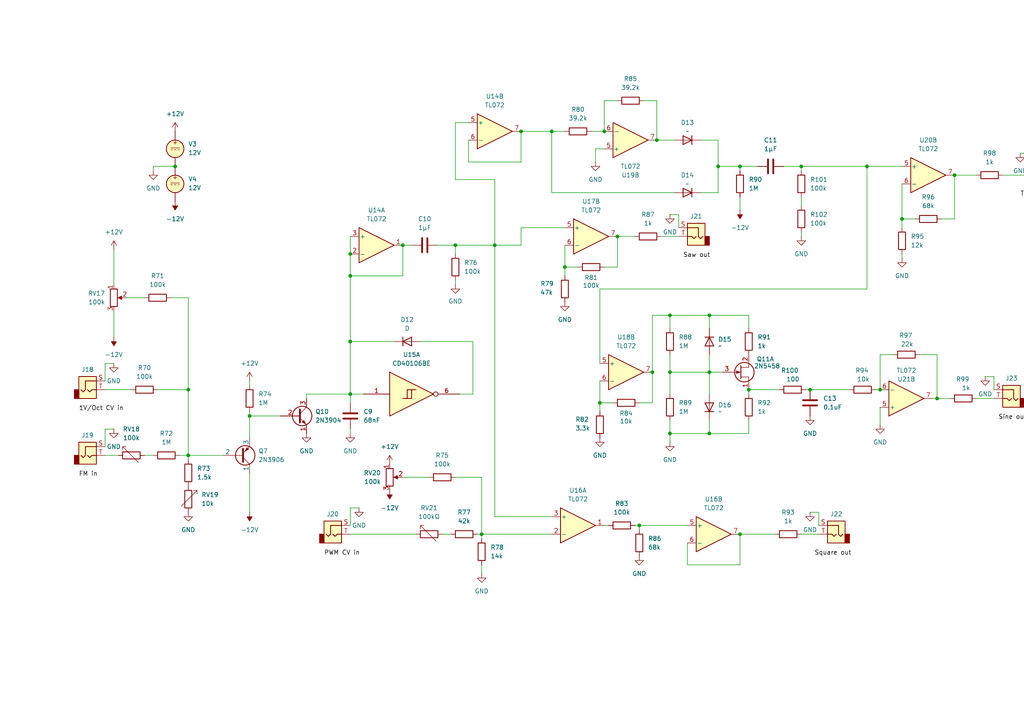
<source format=kicad_sch>
(kicad_sch (version 20231120) (generator "eeschema") (generator_version "8.0")
  (paper "A4")
  (title_block (title "Sillysizer VCO") (date "2024-10-27") (rev "2") (company "TEJ4M Ltd."))
  (lib_symbols
    (symbol "74xGxx:74LVC2G14"
      (property "Reference" "U" (at 0 7.62 0))
      (property "Value" "74LVC2G14" (at 2.54 -7.62 0))
      (symbol "74LVC2G14_1_1"
        (polyline (pts (xy -2.54 -1.27) (xy -1.27 -1.27) (xy -1.27 1.27)) (stroke (width 0.254)) (fill (type background)))
        (polyline (pts (xy -7.62 6.35) (xy -7.62 -6.35) (xy 5.08 0) (xy -7.62 6.35)) (stroke (width 0.254)) (fill (type background)))
        (polyline (pts (xy -3.81 -1.27) (xy -2.54 -1.27) (xy -2.54 1.27) (xy 0 1.27)) (stroke (width 0.254)) (fill (type background)))
        (pin input line (at -15.24 0 0) (length 7.62) (name "~") (number "1"))
        (pin output inverted (at 12.7 0 180) (length 7.62) (name "~") (number "6"))
      )
      (symbol "74LVC2G14_2_1"
        (polyline (pts (xy -2.54 -1.27) (xy -1.27 -1.27) (xy -1.27 1.27)) (stroke (width 0.254)) (fill (type background)))
        (polyline (pts (xy -7.62 6.35) (xy -7.62 -6.35) (xy 5.08 0) (xy -7.62 6.35)) (stroke (width 0.254)) (fill (type background)))
        (polyline (pts (xy -3.81 -1.27) (xy -2.54 -1.27) (xy -2.54 1.27) (xy 0 1.27)) (stroke (width 0.254)) (fill (type background)))
        (pin input line (at -15.24 0 0) (length 7.62) (name "~") (number "3"))
        (pin output inverted (at 12.7 0 180) (length 7.62) (name "~") (number "4"))
      )
      (symbol "74LVC2G14_3_0"
        (rectangle (start -5.08 -5.08) (end 5.08 5.08) (stroke (width 0.254)) (fill (type background)))
      )
      (symbol "74LVC2G14_3_1"
        (pin power_in line (at 0 -10.16 90) (length 5.08) (name "GND") (number "2"))
        (pin power_in line (at 0 10.16 270) (length 5.08) (name "VCC") (number "5"))
      )
    )
    (symbol "Amplifier_Operational:TL072" (pin_names (offset 0.127))
      (property "Reference" "U" (at 0 5.08 0))
      (property "Value" "TL072" (at 0 -5.08 0))
      (symbol "TL072_1_1"
        (polyline (pts (xy -5.08 5.08) (xy 5.08 0) (xy -5.08 -5.08) (xy -5.08 5.08)) (stroke (width 0.254)) (fill (type background)))
        (pin output line (at 7.62 0 180) (length 2.54) (name "~") (number "1"))
        (pin input line (at -7.62 -2.54 0) (length 2.54) (name "-") (number "2"))
        (pin input line (at -7.62 2.54 0) (length 2.54) (name "+") (number "3"))
      )
      (symbol "TL072_2_1"
        (polyline (pts (xy -5.08 5.08) (xy 5.08 0) (xy -5.08 -5.08) (xy -5.08 5.08)) (stroke (width 0.254)) (fill (type background)))
        (pin input line (at -7.62 2.54 0) (length 2.54) (name "+") (number "5"))
        (pin input line (at -7.62 -2.54 0) (length 2.54) (name "-") (number "6"))
        (pin output line (at 7.62 0 180) (length 2.54) (name "~") (number "7"))
      )
      (symbol "TL072_3_1"
        (pin power_in line (at -2.54 -7.62 90) (length 3.81) (name "V-") (number "4"))
        (pin power_in line (at -2.54 7.62 270) (length 3.81) (name "V+") (number "8"))
      )
    )
    (symbol "Connector_Audio:AudioJack2"
      (property "Reference" "J" (at 0 8.89 0))
      (property "Value" "AudioJack2" (at 0 6.35 0))
      (symbol "AudioJack2_0_1"
        (rectangle (start -3.81 0) (end -2.54 -2.54) (stroke (width 0.254)) (fill (type outline)))
        (rectangle (start -2.54 3.81) (end 2.54 -2.54) (stroke (width 0.254)) (fill (type background)))
        (polyline (pts (xy 0 0) (xy 0.635 -0.635) (xy 1.27 0) (xy 2.54 0)) (stroke (width 0.254)))
        (polyline (pts (xy 2.54 2.54) (xy -0.635 2.54) (xy -0.635 0) (xy -1.27 -0.635) (xy -1.905 0)) (stroke (width 0.254)))
      )
      (symbol "AudioJack2_1_1"
        (pin passive line (at 5.08 2.54 180) (length 2.54) (name "~") (number "S"))
        (pin passive line (at 5.08 0 180) (length 2.54) (name "~") (number "T"))
      )
    )
    (symbol "Device:C" (pin_numbers hide) (pin_names (offset 0.254))
      (property "Reference" "C" (at 0.635 2.54 0))
      (property "Value" "C" (at 0.635 -2.54 0))
      (symbol "C_0_1"
        (polyline (pts (xy -2.032 -0.762) (xy 2.032 -0.762)) (stroke (width 0.508)))
        (polyline (pts (xy -2.032 0.762) (xy 2.032 0.762)) (stroke (width 0.508)))
      )
      (symbol "C_1_1"
        (pin passive line (at 0 3.81 270) (length 2.794) (name "~") (number "1"))
        (pin passive line (at 0 -3.81 90) (length 2.794) (name "~") (number "2"))
      )
    )
    (symbol "Device:D" (pin_numbers hide) (pin_names (offset 1.016) hide)
      (property "Reference" "D" (at 0 2.54 0))
      (property "Value" "D" (at 0 -2.54 0))
      (symbol "D_0_1"
        (polyline (pts (xy -1.27 1.27) (xy -1.27 -1.27)) (stroke (width 0.254)))
        (polyline (pts (xy 1.27 0) (xy -1.27 0)))
        (polyline (pts (xy 1.27 1.27) (xy 1.27 -1.27) (xy -1.27 0) (xy 1.27 1.27)) (stroke (width 0.254)))
      )
      (symbol "D_1_1"
        (pin passive line (at -3.81 0 0) (length 2.54) (name "K") (number "1"))
        (pin passive line (at 3.81 0 180) (length 2.54) (name "A") (number "2"))
      )
    )
    (symbol "Device:R" (pin_numbers hide) (pin_names (offset 0))
      (property "Reference" "R" (at 2.032 0 90))
      (property "Value" "R" (at 0 0 90))
      (symbol "R_0_1"
        (rectangle (start -1.016 -2.54) (end 1.016 2.54) (stroke (width 0.254)))
      )
      (symbol "R_1_1"
        (pin passive line (at 0 3.81 270) (length 1.27) (name "~") (number "1"))
        (pin passive line (at 0 -3.81 90) (length 1.27) (name "~") (number "2"))
      )
    )
    (symbol "Device:R_Potentiometer" (pin_names (offset 1.016) hide)
      (property "Reference" "RV" (at -4.445 0 90))
      (property "Value" "R_Potentiometer" (at -2.54 0 90))
      (symbol "R_Potentiometer_0_1"
        (polyline (pts (xy 2.54 0) (xy 1.524 0)))
        (polyline (pts (xy 1.143 0) (xy 2.286 0.508) (xy 2.286 -0.508) (xy 1.143 0)) (fill (type outline)))
        (rectangle (start 1.016 2.54) (end -1.016 -2.54) (stroke (width 0.254)))
      )
      (symbol "R_Potentiometer_1_1"
        (pin passive line (at 0 3.81 270) (length 1.27) (name "1") (number "1"))
        (pin passive line (at 3.81 0 180) (length 1.27) (name "2") (number "2"))
        (pin passive line (at 0 -3.81 90) (length 1.27) (name "3") (number "3"))
      )
    )
    (symbol "Device:R_Variable" (pin_numbers hide) (pin_names (offset 0))
      (property "Reference" "R" (at 2.54 -2.54 90))
      (property "Value" "R_Variable" (at -2.54 -1.27 90))
      (symbol "R_Variable_0_1"
        (rectangle (start -1.016 -2.54) (end 1.016 2.54) (stroke (width 0.254)))
        (polyline (pts (xy 2.54 1.524) (xy 2.54 2.54) (xy 1.524 2.54) (xy 2.54 2.54) (xy -2.032 -2.032)))
      )
      (symbol "R_Variable_1_1"
        (pin passive line (at 0 3.81 270) (length 1.27) (name "~") (number "1"))
        (pin passive line (at 0 -3.81 90) (length 1.27) (name "~") (number "2"))
      )
    )
    (symbol "Simulation_SPICE:PNP" (pin_numbers hide) (pin_names (offset 0))
      (property "Reference" "Q3" (at 5.08 -1.2701 0))
      (property "Value" "PNP" (at 5.08 1.2699 0))
      (symbol "PNP_0_1"
        (polyline (pts (xy -2.54 0) (xy 0.635 0)) (stroke (width 0.1524)))
        (polyline (pts (xy 0.635 0.635) (xy 2.54 2.54)))
        (polyline (pts (xy 0.635 -0.635) (xy 2.54 -2.54) (xy 2.54 -2.54)))
        (polyline (pts (xy 0.635 1.905) (xy 0.635 -1.905) (xy 0.635 -1.905)) (stroke (width 0.508)))
        (polyline (pts (xy 2.286 -1.778) (xy 1.778 -2.286) (xy 1.27 -1.27) (xy 2.286 -1.778) (xy 2.286 -1.778)) (fill (type outline)))
        (circle (center 1.27 0) (radius 2.8194) (stroke (width 0.254)))
      )
      (symbol "PNP_1_1"
        (pin open_collector line (at 2.54 5.08 270) (length 2.54) (name "1") (number "1"))
        (pin input line (at -5.08 0 0) (length 2.54) (name "2") (number "2"))
        (pin open_emitter line (at 2.54 -5.08 90) (length 2.54) (name "3") (number "3"))
      )
    )
    (symbol "Simulation_SPICE:VDC" (pin_numbers hide) (pin_names (offset 0.0254))
      (property "Reference" "V" (at 2.54 2.54 0))
      (property "Value" "1" (at 2.54 0 0))
      (symbol "VDC_0_0"
        (polyline (pts (xy -1.27 0.254) (xy 1.27 0.254)))
        (polyline (pts (xy -0.762 -0.254) (xy -1.27 -0.254)))
        (polyline (pts (xy 0.254 -0.254) (xy -0.254 -0.254)))
        (polyline (pts (xy 1.27 -0.254) (xy 0.762 -0.254)))
        (text "+" (at 0 1.905 0) (effects (font (size 1.27 1.27))))
      )
      (symbol "VDC_0_1"
        (circle (center 0 0) (radius 2.54) (stroke (width 0.254)) (fill (type background)))
      )
      (symbol "VDC_1_1"
        (pin passive line (at 0 5.08 270) (length 2.54) (name "~") (number "1"))
        (pin passive line (at 0 -5.08 90) (length 2.54) (name "~") (number "2"))
      )
    )
    (symbol "Transistor_BJT:2N3904" (pin_names (offset 0) hide)
      (property "Reference" "Q" (at 5.08 1.905 0))
      (property "Value" "2N3904" (at 5.08 0 0))
      (symbol "2N3904_0_1"
        (polyline (pts (xy 0.635 0.635) (xy 2.54 2.54)))
        (polyline (pts (xy 0.635 -0.635) (xy 2.54 -2.54) (xy 2.54 -2.54)))
        (polyline (pts (xy 0.635 1.905) (xy 0.635 -1.905) (xy 0.635 -1.905)) (stroke (width 0.508)))
        (polyline (pts (xy 1.27 -1.778) (xy 1.778 -1.27) (xy 2.286 -2.286) (xy 1.27 -1.778) (xy 1.27 -1.778)) (fill (type outline)))
        (circle (center 1.27 0) (radius 2.8194) (stroke (width 0.254)))
      )
      (symbol "2N3904_1_1"
        (pin passive line (at 2.54 -5.08 90) (length 2.54) (name "E") (number "1"))
        (pin passive line (at -5.08 0 0) (length 5.715) (name "B") (number "2"))
        (pin passive line (at 2.54 5.08 270) (length 2.54) (name "C") (number "3"))
      )
    )
    (symbol "Transistor_FET:IF3602" (pin_names hide)
      (property "Reference" "Q" (at 5.08 4.445 0))
      (property "Value" "IF3602" (at 5.08 2.54 0))
      (symbol "IF3602_1_1"
        (polyline (pts (xy 0.254 0) (xy -2.54 0)))
        (polyline (pts (xy 0.254 1.905) (xy 0.254 -1.905)) (stroke (width 0.254)))
        (polyline (pts (xy 2.54 -2.54) (xy 2.54 -1.397) (xy 0.254 -1.397)))
        (polyline (pts (xy 2.54 2.54) (xy 2.54 1.397) (xy 0.254 1.397)))
        (polyline (pts (xy 0 0) (xy -1.016 0.381) (xy -1.016 -0.381) (xy 0 0)) (fill (type outline)))
        (circle (center 1.27 0) (radius 2.8194) (stroke (width 0.254)))
        (pin passive line (at 2.54 -5.08 90) (length 2.54) (name "S1") (number "1"))
        (pin passive line (at 2.54 5.08 270) (length 2.54) (name "D1") (number "2"))
        (pin input line (at -5.08 0 0) (length 2.54) (name "G1") (number "3"))
      )
      (symbol "IF3602_2_1"
        (polyline (pts (xy 0.254 0) (xy -2.54 0)))
        (polyline (pts (xy 0.254 1.905) (xy 0.254 -1.905)) (stroke (width 0.254)))
        (polyline (pts (xy 2.54 -2.54) (xy 2.54 -1.397) (xy 0.254 -1.397)))
        (polyline (pts (xy 2.54 2.54) (xy 2.54 1.397) (xy 0.254 1.397)))
        (polyline (pts (xy 0 0) (xy -1.016 0.381) (xy -1.016 -0.381) (xy 0 0)) (fill (type outline)))
        (circle (center 1.27 0) (radius 2.8194) (stroke (width 0.254)))
        (pin passive line (at 2.54 -5.08 90) (length 2.54) (name "S2") (number "5"))
        (pin passive line (at 2.54 5.08 270) (length 2.54) (name "D2") (number "6"))
        (pin input line (at -5.08 0 0) (length 2.54) (name "G2") (number "7"))
      )
      (symbol "IF3602_3_1"
        (rectangle (start -5.08 1.27) (end 5.08 -1.27) (fill (type background)))
        (text "CASE" (at 0 0 0) (effects (font (size 1.27 1.27))))
        (pin passive line (at -7.62 0 0) (length 2.54) (name "CASE") (number "7"))
        (pin no_connect line (at 5.08 0 180) (length 2.54) hide (name "NC") (number "8"))
      )
    )
    (symbol "power:+12V" (power) (pin_numbers hide) (pin_names (offset 0) hide)
      (property "Value" "+12V" (at 0 3.556 0))
      (symbol "+12V_0_1"
        (polyline (pts (xy -0.762 1.27) (xy 0 2.54)))
        (polyline (pts (xy 0 0) (xy 0 2.54)))
        (polyline (pts (xy 0 2.54) (xy 0.762 1.27)))
      )
      (symbol "+12V_1_1"
        (pin power_in line (at 0 0 90) (length 0) (name "~") (number "1"))
      )
    )
    (symbol "power:-12V" (power) (pin_numbers hide) (pin_names (offset 0) hide)
      (property "Value" "-12V" (at 0 3.556 0))
      (symbol "-12V_0_0"
        (pin power_in line (at 0 0 90) (length 0) (name "~") (number "1"))
      )
      (symbol "-12V_0_1"
        (polyline (pts (xy 0 0) (xy 0 1.27) (xy 0.762 1.27) (xy 0 2.54) (xy -0.762 1.27) (xy 0 1.27)) (fill (type outline)))
      )
    )
    (symbol "power:GND" (power) (pin_numbers hide) (pin_names (offset 0) hide)
      (property "Value" "GND" (at 0 -3.81 0))
      (symbol "GND_0_1"
        (polyline (pts (xy 0 0) (xy 0 -1.27) (xy 1.27 -1.27) (xy 0 -2.54) (xy -1.27 -1.27) (xy 0 -1.27)))
      )
      (symbol "GND_1_1"
        (pin power_in line (at 0 0 270) (length 0) (name "~") (number "1"))
      )
    )
  )
  (junction (at 276.86 50.8))
  (junction (at 101.6 73.66))
  (junction (at 205.74 125.73))
  (junction (at 151.13 38.1))
  (junction (at 101.6 80.01))
  (junction (at 217.17 113.03))
  (junction (at 54.61 132.08))
  (junction (at 271.78 115.57))
  (junction (at 163.83 77.47))
  (junction (at 179.07 68.58))
  (junction (at 194.31 107.95))
  (junction (at 232.41 48.26))
  (junction (at 194.31 125.73))
  (junction (at 132.08 71.12))
  (junction (at 261.62 63.5))
  (junction (at 101.6 114.3))
  (junction (at 234.95 113.03))
  (junction (at 205.74 107.95))
  (junction (at 214.63 48.26))
  (junction (at 72.39 120.65))
  (junction (at 54.61 113.03))
  (junction (at 160.02 38.1))
  (junction (at 190.5 40.64))
  (junction (at 50.8 48.26))
  (junction (at 143.51 71.12))
  (junction (at 208.28 48.26))
  (junction (at 116.84 71.12))
  (junction (at 173.99 116.84))
  (junction (at 189.23 107.95))
  (junction (at 175.26 38.1))
  (junction (at 194.31 91.44))
  (junction (at 185.42 152.4))
  (junction (at 101.6 99.06))
  (junction (at 214.63 154.94))
  (junction (at 205.74 91.44))
  (junction (at 255.27 113.03))
  (junction (at 251.46 48.26))
  (junction (at 139.7 154.94))
  (wire (pts (xy 135.89 46.99) (xy 151.13 46.99)))
  (wire (pts (xy 101.6 114.3) (xy 88.9 114.3)))
  (wire (pts (xy 190.5 40.64) (xy 195.58 40.64)))
  (wire (pts (xy 49.53 86.36) (xy 54.61 86.36)))
  (wire (pts (xy 208.28 48.26) (xy 214.63 48.26)))
  (wire (pts (xy 189.23 107.95) (xy 189.23 116.84)))
  (wire (pts (xy 237.49 152.4) (xy 237.49 148.59)))
  (wire (pts (xy 54.61 133.35) (xy 54.61 132.08)))
  (wire (pts (xy 194.31 95.25) (xy 194.31 91.44)))
  (wire (pts (xy 194.31 107.95) (xy 194.31 114.3)))
  (wire (pts (xy 233.68 113.03) (xy 234.95 113.03)))
  (wire (pts (xy 232.41 48.26) (xy 251.46 48.26)))
  (wire (pts (xy 173.99 83.82) (xy 173.99 105.41)))
  (wire (pts (xy 101.6 116.84) (xy 101.6 114.3)))
  (wire (pts (xy 101.6 99.06) (xy 101.6 114.3)))
  (wire (pts (xy 72.39 120.65) (xy 72.39 127)))
  (wire (pts (xy 30.48 124.46) (xy 33.02 124.46)))
  (wire (pts (xy 143.51 71.12) (xy 143.51 149.86)))
  (wire (pts (xy 196.85 62.23) (xy 194.31 62.23)))
  (wire (pts (xy 44.45 48.26) (xy 50.8 48.26)))
  (wire (pts (xy 143.51 149.86) (xy 160.02 149.86)))
  (wire (pts (xy 270.51 115.57) (xy 271.78 115.57)))
  (wire (pts (xy 101.6 80.01) (xy 101.6 99.06)))
  (wire (pts (xy 261.62 66.04) (xy 261.62 63.5)))
  (wire (pts (xy 72.39 110.49) (xy 72.39 111.76)))
  (wire (pts (xy 179.07 68.58) (xy 184.15 68.58)))
  (wire (pts (xy 208.28 55.88) (xy 203.2 55.88)))
  (wire (pts (xy 283.21 50.8) (xy 276.86 50.8)))
  (wire (pts (xy 139.7 154.94) (xy 160.02 154.94)))
  (wire (pts (xy 30.48 110.49) (xy 30.48 105.41)))
  (wire (pts (xy 251.46 48.26) (xy 251.46 83.82)))
  (wire (pts (xy 298.45 48.26) (xy 298.45 44.45)))
  (wire (pts (xy 101.6 125.73) (xy 101.6 124.46)))
  (wire (pts (xy 137.16 114.3) (xy 133.35 114.3)))
  (wire (pts (xy 214.63 163.83) (xy 214.63 154.94)))
  (wire (pts (xy 139.7 166.37) (xy 139.7 163.83)))
  (wire (pts (xy 298.45 44.45) (xy 295.91 44.45)))
  (wire (pts (xy 189.23 91.44) (xy 194.31 91.44)))
  (wire (pts (xy 217.17 113.03) (xy 217.17 114.3)))
  (wire (pts (xy 36.83 86.36) (xy 41.91 86.36)))
  (wire (pts (xy 214.63 48.26) (xy 219.71 48.26)))
  (wire (pts (xy 194.31 107.95) (xy 205.74 107.95)))
  (wire (pts (xy 72.39 148.59) (xy 72.39 137.16)))
  (wire (pts (xy 237.49 154.94) (xy 232.41 154.94)))
  (wire (pts (xy 217.17 125.73) (xy 217.17 121.92)))
  (wire (pts (xy 232.41 49.53) (xy 232.41 48.26)))
  (wire (pts (xy 137.16 99.06) (xy 137.16 114.3)))
  (wire (pts (xy 266.7 102.87) (xy 271.78 102.87)))
  (wire (pts (xy 205.74 125.73) (xy 205.74 121.92)))
  (wire (pts (xy 163.83 71.12) (xy 163.83 77.47)))
  (wire (pts (xy 81.28 120.65) (xy 72.39 120.65)))
  (wire (pts (xy 105.41 114.3) (xy 101.6 114.3)))
  (wire (pts (xy 196.85 66.04) (xy 196.85 62.23)))
  (wire (pts (xy 254 113.03) (xy 255.27 113.03)))
  (wire (pts (xy 167.64 77.47) (xy 163.83 77.47)))
  (wire (pts (xy 151.13 66.04) (xy 151.13 71.12)))
  (wire (pts (xy 194.31 121.92) (xy 194.31 125.73)))
  (wire (pts (xy 72.39 119.38) (xy 72.39 120.65)))
  (wire (pts (xy 265.43 63.5) (xy 261.62 63.5)))
  (wire (pts (xy 217.17 95.25) (xy 217.17 91.44)))
  (wire (pts (xy 30.48 129.54) (xy 30.48 124.46)))
  (wire (pts (xy 160.02 55.88) (xy 195.58 55.88)))
  (wire (pts (xy 132.08 71.12) (xy 143.51 71.12)))
  (wire (pts (xy 135.89 40.64) (xy 135.89 46.99)))
  (wire (pts (xy 132.08 71.12) (xy 132.08 73.66)))
  (wire (pts (xy 132.08 138.43) (xy 139.7 138.43)))
  (wire (pts (xy 214.63 154.94) (xy 224.79 154.94)))
  (wire (pts (xy 255.27 102.87) (xy 255.27 113.03)))
  (wire (pts (xy 171.45 38.1) (xy 175.26 38.1)))
  (wire (pts (xy 121.92 99.06) (xy 137.16 99.06)))
  (wire (pts (xy 41.91 132.08) (xy 44.45 132.08)))
  (wire (pts (xy 186.69 29.21) (xy 190.5 29.21)))
  (wire (pts (xy 205.74 91.44) (xy 205.74 95.25)))
  (wire (pts (xy 227.33 48.26) (xy 232.41 48.26)))
  (wire (pts (xy 232.41 59.69) (xy 232.41 57.15)))
  (wire (pts (xy 139.7 154.94) (xy 138.43 154.94)))
  (wire (pts (xy 173.99 83.82) (xy 251.46 83.82)))
  (wire (pts (xy 288.29 109.22) (xy 285.75 109.22)))
  (wire (pts (xy 160.02 38.1) (xy 163.83 38.1)))
  (wire (pts (xy 276.86 63.5) (xy 273.05 63.5)))
  (wire (pts (xy 143.51 52.07) (xy 143.51 71.12)))
  (wire (pts (xy 163.83 66.04) (xy 151.13 66.04)))
  (wire (pts (xy 259.08 102.87) (xy 255.27 102.87)))
  (wire (pts (xy 185.42 153.67) (xy 185.42 152.4)))
  (wire (pts (xy 173.99 110.49) (xy 173.99 116.84)))
  (wire (pts (xy 261.62 53.34) (xy 261.62 63.5)))
  (wire (pts (xy 30.48 113.03) (xy 38.1 113.03)))
  (wire (pts (xy 132.08 82.55) (xy 132.08 81.28)))
  (wire (pts (xy 232.41 68.58) (xy 232.41 67.31)))
  (wire (pts (xy 33.02 90.17) (xy 33.02 97.79)))
  (wire (pts (xy 33.02 72.39) (xy 33.02 82.55)))
  (wire (pts (xy 132.08 35.56) (xy 132.08 52.07)))
  (wire (pts (xy 127 71.12) (xy 132.08 71.12)))
  (wire (pts (xy 208.28 40.64) (xy 208.28 48.26)))
  (wire (pts (xy 160.02 38.1) (xy 160.02 55.88)))
  (wire (pts (xy 119.38 71.12) (xy 116.84 71.12)))
  (wire (pts (xy 101.6 73.66) (xy 101.6 80.01)))
  (wire (pts (xy 54.61 113.03) (xy 54.61 132.08)))
  (wire (pts (xy 132.08 52.07) (xy 143.51 52.07)))
  (wire (pts (xy 130.81 154.94) (xy 128.27 154.94)))
  (wire (pts (xy 177.8 116.84) (xy 173.99 116.84)))
  (wire (pts (xy 194.31 125.73) (xy 194.31 128.27)))
  (wire (pts (xy 179.07 68.58) (xy 179.07 77.47)))
  (wire (pts (xy 101.6 152.4) (xy 101.6 147.32)))
  (wire (pts (xy 290.83 50.8) (xy 298.45 50.8)))
  (wire (pts (xy 179.07 29.21) (xy 175.26 29.21)))
  (wire (pts (xy 173.99 116.84) (xy 173.99 119.38)))
  (wire (pts (xy 54.61 86.36) (xy 54.61 113.03)))
  (wire (pts (xy 196.85 68.58) (xy 191.77 68.58)))
  (wire (pts (xy 175.26 29.21) (xy 175.26 38.1)))
  (wire (pts (xy 44.45 48.26) (xy 44.45 49.53)))
  (wire (pts (xy 114.3 99.06) (xy 101.6 99.06)))
  (wire (pts (xy 101.6 147.32) (xy 104.14 147.32)))
  (wire (pts (xy 288.29 115.57) (xy 283.21 115.57)))
  (wire (pts (xy 151.13 38.1) (xy 151.13 46.99)))
  (wire (pts (xy 217.17 113.03) (xy 226.06 113.03)))
  (wire (pts (xy 199.39 157.48) (xy 199.39 163.83)))
  (wire (pts (xy 271.78 115.57) (xy 275.59 115.57)))
  (wire (pts (xy 45.72 113.03) (xy 54.61 113.03)))
  (wire (pts (xy 135.89 35.56) (xy 132.08 35.56)))
  (wire (pts (xy 172.72 43.18) (xy 172.72 46.99)))
  (wire (pts (xy 194.31 102.87) (xy 194.31 107.95)))
  (wire (pts (xy 151.13 71.12) (xy 143.51 71.12)))
  (wire (pts (xy 176.53 152.4) (xy 175.26 152.4)))
  (wire (pts (xy 52.07 132.08) (xy 54.61 132.08)))
  (wire (pts (xy 116.84 80.01) (xy 116.84 71.12)))
  (wire (pts (xy 214.63 48.26) (xy 214.63 49.53)))
  (wire (pts (xy 276.86 50.8) (xy 276.86 63.5)))
  (wire (pts (xy 199.39 163.83) (xy 214.63 163.83)))
  (wire (pts (xy 208.28 40.64) (xy 203.2 40.64)))
  (wire (pts (xy 88.9 114.3) (xy 88.9 115.57)))
  (wire (pts (xy 205.74 125.73) (xy 217.17 125.73)))
  (wire (pts (xy 101.6 80.01) (xy 116.84 80.01)))
  (wire (pts (xy 288.29 113.03) (xy 288.29 109.22)))
  (wire (pts (xy 124.46 138.43) (xy 116.84 138.43)))
  (wire (pts (xy 175.26 43.18) (xy 172.72 43.18)))
  (wire (pts (xy 101.6 68.58) (xy 101.6 73.66)))
  (wire (pts (xy 151.13 38.1) (xy 160.02 38.1)))
  (wire (pts (xy 217.17 91.44) (xy 205.74 91.44)))
  (wire (pts (xy 54.61 132.08) (xy 64.77 132.08)))
  (wire (pts (xy 194.31 125.73) (xy 205.74 125.73)))
  (wire (pts (xy 139.7 138.43) (xy 139.7 154.94)))
  (wire (pts (xy 208.28 48.26) (xy 208.28 55.88)))
  (wire (pts (xy 163.83 77.47) (xy 163.83 80.01)))
  (wire (pts (xy 189.23 107.95) (xy 189.23 91.44)))
  (wire (pts (xy 205.74 107.95) (xy 209.55 107.95)))
  (wire (pts (xy 255.27 118.11) (xy 255.27 123.19)))
  (wire (pts (xy 185.42 152.4) (xy 184.15 152.4)))
  (wire (pts (xy 30.48 132.08) (xy 34.29 132.08)))
  (wire (pts (xy 30.48 105.41) (xy 33.02 105.41)))
  (wire (pts (xy 234.95 113.03) (xy 246.38 113.03)))
  (wire (pts (xy 185.42 152.4) (xy 199.39 152.4)))
  (wire (pts (xy 175.26 77.47) (xy 179.07 77.47)))
  (wire (pts (xy 139.7 156.21) (xy 139.7 154.94)))
  (wire (pts (xy 214.63 57.15) (xy 214.63 60.96)))
  (wire (pts (xy 261.62 74.93) (xy 261.62 73.66)))
  (wire (pts (xy 194.31 91.44) (xy 205.74 91.44)))
  (wire (pts (xy 190.5 29.21) (xy 190.5 40.64)))
  (wire (pts (xy 185.42 116.84) (xy 189.23 116.84)))
  (wire (pts (xy 251.46 48.26) (xy 261.62 48.26)))
  (wire (pts (xy 101.6 154.94) (xy 120.65 154.94)))
  (wire (pts (xy 237.49 148.59) (xy 234.95 148.59)))
  (wire (pts (xy 205.74 102.87) (xy 205.74 107.95)))
  (wire (pts (xy 271.78 102.87) (xy 271.78 115.57)))
  (wire (pts (xy 205.74 107.95) (xy 205.74 114.3)))
  (label "Sine out" (at 289.56 121.92 0))
  (label "Saw out" (at 198.12 74.93 0))
  (label "PWM CV in" (at 93.98 161.29 0))
  (label "FM in" (at 22.86 138.43 0))
  (label "Square out" (at 236.22 161.29 0))
  (label "Triangle out" (at 295.91 57.15 0))
  (label "1V{slash}Oct CV in" (at 22.86 119.38 0))
  (symbol (lib_id "power:-12V") (at 33.02 97.79 180) (unit 1)
    (property "Reference" "#PWR088" (effects (hide yes)))
    (property "Value" "-12V" (at 33.02 102.87 0))
    (property "Description" "Power symbol creates a global label with name \"-12V\"" (effects (hide yes)))
  )
  (symbol (lib_id "Amplifier_Operational:TL072") (at 143.51 38.1 0) (unit 2)
    (property "Reference" "U14" (at 143.51 27.94 0))
    (property "Value" "TL072" (at 143.51 30.48 0))
    (property "Datasheet" "http://www.ti.com/lit/ds/symlink/tl071.pdf" (effects (hide yes)))
    (property "Description" "Dual Low-Noise JFET-Input Operational Amplifiers, DIP-8/SOIC-8" (effects (hide yes)))
  )
  (symbol (lib_id "Device:R_Variable") (at 124.46 154.94 90) (unit 1)
    (property "Reference" "RV21" (at 124.46 147.32 90))
    (property "Value" "100kΩ" (at 124.46 149.86 90))
    (property "Description" "Variable resistor" (effects (hide yes)))
  )
  (symbol (lib_id "Device:R") (at 287.02 50.8 270) (unit 1)
    (property "Reference" "R98" (at 287.02 44.45 90))
    (property "Value" "1k" (at 287.02 46.99 90))
    (property "Description" "Resistor" (effects (hide yes)))
  )
  (symbol (lib_id "power:GND") (at 234.95 120.65 0) (unit 1)
    (property "Reference" "#PWR0116" (effects (hide yes)))
    (property "Value" "GND" (at 234.95 125.73 0))
    (property "Description" "Power symbol creates a global label with name \"GND\" , ground" (effects (hide yes)))
  )
  (symbol (lib_id "Device:R") (at 48.26 132.08 90) (unit 1)
    (property "Reference" "R72" (at 48.26 125.73 90))
    (property "Value" "1M" (at 48.26 128.27 90))
    (property "Description" "Resistor" (effects (hide yes)))
  )
  (symbol (lib_id "Device:R") (at 132.08 77.47 0) (unit 1)
    (property "Reference" "R76" (at 134.62 76.1999 0) (effects (justify left)))
    (property "Value" "100k" (at 134.62 78.7399 0) (effects (justify left)))
    (property "Description" "Resistor" (effects (hide yes)))
  )
  (symbol (lib_id "Amplifier_Operational:TL072") (at 182.88 40.64 0) (mirror x) (unit 2)
    (property "Reference" "U19" (at 182.88 50.8 0))
    (property "Value" "TL072" (at 182.88 48.26 0))
    (property "Datasheet" "http://www.ti.com/lit/ds/symlink/tl071.pdf" (effects (hide yes)))
    (property "Description" "Dual Low-Noise JFET-Input Operational Amplifiers, DIP-8/SOIC-8" (effects (hide yes)))
  )
  (symbol (lib_id "Device:R") (at 41.91 113.03 90) (unit 1)
    (property "Reference" "R70" (at 41.91 106.68 90))
    (property "Value" "100k" (at 41.91 109.22 90))
    (property "Description" "Resistor" (effects (hide yes)))
  )
  (symbol (lib_id "Device:R_Variable") (at 38.1 132.08 90) (unit 1)
    (property "Reference" "RV18" (at 38.1 124.46 90))
    (property "Value" "100k" (at 38.1 127 90))
    (property "Description" "Variable resistor" (effects (hide yes)))
  )
  (symbol (lib_id "Amplifier_Operational:TL072") (at 207.01 154.94 0) (unit 2)
    (property "Reference" "U16" (at 207.01 144.78 0))
    (property "Value" "TL072" (at 207.01 147.32 0))
    (property "Datasheet" "http://www.ti.com/lit/ds/symlink/tl071.pdf" (effects (hide yes)))
    (property "Description" "Dual Low-Noise JFET-Input Operational Amplifiers, DIP-8/SOIC-8" (effects (hide yes)))
  )
  (symbol (lib_id "power:+12V") (at 72.39 110.49 0) (unit 1)
    (property "Reference" "#PWR095" (effects (hide yes)))
    (property "Value" "+12V" (at 72.39 105.41 0))
    (property "Description" "Power symbol creates a global label with name \"+12V\"" (effects (hide yes)))
  )
  (symbol (lib_id "power:+12V") (at 50.8 38.1 0) (unit 1)
    (property "Reference" "#PWR092" (effects (hide yes)))
    (property "Value" "+12V" (at 50.8 33.02 0))
    (property "Description" "Power symbol creates a global label with name \"+12V\"" (effects (hide yes)))
  )
  (symbol (lib_id "Device:R") (at 163.83 83.82 0) (unit 1)
    (property "Reference" "R79" (at 156.718 82.296 0) (effects (justify left)))
    (property "Value" "47k" (at 156.718 84.836 0) (effects (justify left)))
    (property "Description" "Resistor" (effects (hide yes)))
  )
  (symbol (lib_id "power:GND") (at 104.14 147.32 0) (unit 1)
    (property "Reference" "#PWR099" (effects (hide yes)))
    (property "Value" "GND" (at 104.14 152.4 0))
    (property "Description" "Power symbol creates a global label with name \"GND\" , ground" (effects (hide yes)))
  )
  (symbol (lib_id "Device:R") (at 181.61 116.84 270) (unit 1)
    (property "Reference" "R84" (at 181.61 119.888 90))
    (property "Value" "10k" (at 181.61 122.174 90))
    (property "Description" "Resistor" (effects (hide yes)))
  )
  (symbol (lib_id "power:GND") (at 101.6 125.73 0) (unit 1)
    (property "Reference" "#PWR098" (effects (hide yes)))
    (property "Value" "GND" (at 101.6 130.81 0))
    (property "Description" "Power symbol creates a global label with name \"GND\" , ground" (effects (hide yes)))
  )
  (symbol (lib_id "power:GND") (at 232.41 68.58 0) (unit 1)
    (property "Reference" "#PWR0117" (effects (hide yes)))
    (property "Value" "GND" (at 232.41 73.66 0))
    (property "Description" "Power symbol creates a global label with name \"GND\" , ground" (effects (hide yes)))
  )
  (symbol (lib_id "Device:R") (at 279.4 115.57 90) (unit 1)
    (property "Reference" "R99" (at 281.178 109.982 90) (effects (justify left)))
    (property "Value" "1k" (at 281.432 112.522 90) (effects (justify left)))
    (property "Description" "Resistor" (effects (hide yes)))
  )
  (symbol (lib_id "power:GND") (at 139.7 166.37 0) (unit 1)
    (property "Reference" "#PWR0103" (effects (hide yes)))
    (property "Value" "GND" (at 139.7 171.45 0))
    (property "Description" "Power symbol creates a global label with name \"GND\" , ground" (effects (hide yes)))
  )
  (symbol (lib_id "power:-12V") (at 72.39 148.59 180) (unit 1)
    (property "Reference" "#PWR096" (effects (hide yes)))
    (property "Value" "-12V" (at 72.39 153.67 0))
    (property "Description" "Power symbol creates a global label with name \"-12V\"" (effects (hide yes)))
  )
  (symbol (lib_id "power:GND") (at 194.31 62.23 0) (unit 1)
    (property "Reference" "#PWR0108" (effects (hide yes)))
    (property "Value" "GND" (at 194.31 67.31 0))
    (property "Description" "Power symbol creates a global label with name \"GND\" , ground" (effects (hide yes)))
  )
  (symbol (lib_id "Amplifier_Operational:TL072") (at 171.45 68.58 0) (unit 2)
    (property "Reference" "U17" (at 171.45 58.42 0))
    (property "Value" "TL072" (at 171.45 60.96 0))
    (property "Datasheet" "http://www.ti.com/lit/ds/symlink/tl071.pdf" (effects (hide yes)))
    (property "Description" "Dual Low-Noise JFET-Input Operational Amplifiers, DIP-8/SOIC-8" (effects (hide yes)))
  )
  (symbol (lib_id "power:GND") (at 234.95 148.59 0) (unit 1)
    (property "Reference" "#PWR0111" (effects (hide yes)))
    (property "Value" "GND" (at 234.95 153.67 0))
    (property "Description" "Power symbol creates a global label with name \"GND\" , ground" (effects (hide yes)))
  )
  (symbol (lib_id "Device:R") (at 128.27 138.43 90) (unit 1)
    (property "Reference" "R75" (at 128.27 132.08 90))
    (property "Value" "100k" (at 128.27 134.62 90))
    (property "Description" "Resistor" (effects (hide yes)))
  )
  (symbol (lib_id "Device:R") (at 182.88 29.21 90) (unit 1)
    (property "Reference" "R85" (at 182.88 22.86 90))
    (property "Value" "39.2k" (at 182.88 25.4 90))
    (property "Description" "Resistor" (effects (hide yes)))
  )
  (symbol (lib_id "Device:R") (at 54.61 137.16 0) (unit 1)
    (property "Reference" "R73" (at 57.15 135.8899 0) (effects (justify left)))
    (property "Value" "1.5k" (at 57.15 138.4299 0) (effects (justify left)))
    (property "Description" "Resistor" (effects (hide yes)))
  )
  (symbol (lib_id "Device:R") (at 187.96 68.58 270) (unit 1)
    (property "Reference" "R87" (at 187.96 62.23 90))
    (property "Value" "1k" (at 187.96 64.77 90))
    (property "Description" "Resistor" (effects (hide yes)))
  )
  (symbol (lib_id "Connector_Audio:AudioJack2") (at 303.53 50.8 0) (mirror y) (unit 1)
    (property "Reference" "J24" (at 303.53 44.958 0))
    (property "Value" "AudioJack2" (effects (hide yes)))
    (property "Description" "Audio Jack, 2 Poles (Mono / TS)" (effects (hide yes)))
  )
  (symbol (lib_id "power:+12V") (at 113.03 134.62 0) (unit 1)
    (property "Reference" "#PWR0100" (effects (hide yes)))
    (property "Value" "+12V" (at 113.03 129.54 0))
    (property "Description" "Power symbol creates a global label with name \"+12V\"" (effects (hide yes)))
  )
  (symbol (lib_id "Device:R") (at 228.6 154.94 90) (unit 1)
    (property "Reference" "R93" (at 228.6 148.59 90))
    (property "Value" "1k" (at 228.6 151.13 90))
    (property "Description" "Resistor" (effects (hide yes)))
  )
  (symbol (lib_id "Transistor_BJT:2N3904") (at 86.36 120.65 0) (unit 1)
    (property "Reference" "Q10" (at 91.44 119.3799 0) (effects (justify left)))
    (property "Value" "2N3904" (at 91.44 121.9199 0) (effects (justify left)))
    (property "Footprint" "Package_TO_SOT_THT:TO-92_Inline" (effects (hide yes)))
    (property "Datasheet" "https://www.onsemi.com/pub/Collateral/2N3903-D.PDF" (effects (hide yes)))
    (property "Description" "0.2A Ic, 40V Vce, Small Signal NPN Transistor, TO-92" (effects (hide yes)))
  )
  (symbol (lib_id "Device:R") (at 229.87 113.03 90) (unit 1)
    (property "Reference" "R100" (at 231.648 107.442 90) (effects (justify left)))
    (property "Value" "100" (at 231.902 109.982 90) (effects (justify left)))
    (property "Description" "Resistor" (effects (hide yes)))
  )
  (symbol (lib_id "Simulation_SPICE:PNP") (at 69.85 132.08 0) (mirror x) (unit 1)
    (property "Reference" "Q7" (at 74.93 130.8099 0) (effects (justify left)))
    (property "Value" "2N3906" (at 74.93 133.3499 0) (effects (justify left)))
    (property "Datasheet" "https://ngspice.sourceforge.io/docs/ngspice-html-manual/manual.xhtml#cha_BJTs" (effects (hide yes)))
    (property "Description" "Bipolar transistor symbol for simulation only, substrate tied to the emitter" (effects (hide yes)))
    (property "Sim.Device" "PNP" (effects (hide yes)))
    (property "Sim.Type" "GUMMELPOON" (effects (hide yes)))
    (property "Sim.Pins" "1=C 2=B 3=E" (effects (hide yes)))
  )
  (symbol (lib_id "Device:R_Variable") (at 54.61 144.78 0) (unit 1)
    (property "Reference" "RV19" (at 58.42 143.5099 0) (effects (justify left)))
    (property "Value" "10k" (at 58.42 146.0499 0) (effects (justify left)))
    (property "Description" "Variable resistor" (effects (hide yes)))
  )
  (symbol (lib_id "Device:D") (at 118.11 99.06 0) (unit 1)
    (property "Reference" "D12" (at 118.11 92.71 0))
    (property "Value" "D" (at 118.11 95.25 0))
    (property "Description" "Diode" (effects (hide yes)))
    (property "Sim.Device" "D" (effects (hide yes)))
    (property "Sim.Pins" "1=K 2=A" (effects (hide yes)))
  )
  (symbol (lib_id "power:-12V") (at 113.03 142.24 180) (unit 1)
    (property "Reference" "#PWR0101" (effects (hide yes)))
    (property "Value" "-12V" (at 113.03 147.32 0))
    (property "Description" "Power symbol creates a global label with name \"-12V\"" (effects (hide yes)))
  )
  (symbol (lib_id "Device:C") (at 234.95 116.84 0) (unit 1)
    (property "Reference" "C13" (at 238.76 115.5699 0) (effects (justify left)))
    (property "Value" "0.1uF" (at 238.76 118.1099 0) (effects (justify left)))
    (property "Description" "Unpolarized capacitor" (effects (hide yes)))
  )
  (symbol (lib_id "power:GND") (at 54.61 148.59 0) (unit 1)
    (property "Reference" "#PWR094" (effects (hide yes)))
    (property "Value" "GND" (at 54.61 153.67 0))
    (property "Description" "Power symbol creates a global label with name \"GND\" , ground" (effects (hide yes)))
  )
  (symbol (lib_id "Device:R") (at 185.42 157.48 0) (unit 1)
    (property "Reference" "R86" (at 187.96 156.2099 0) (effects (justify left)))
    (property "Value" "68k" (at 187.96 158.7499 0) (effects (justify left)))
    (property "Description" "Resistor" (effects (hide yes)))
  )
  (symbol (lib_id "Amplifier_Operational:TL072") (at 181.61 107.95 0) (unit 2)
    (property "Reference" "U18" (at 181.61 97.79 0))
    (property "Value" "TL072" (at 181.61 100.33 0))
    (property "Datasheet" "http://www.ti.com/lit/ds/symlink/tl071.pdf" (effects (hide yes)))
    (property "Description" "Dual Low-Noise JFET-Input Operational Amplifiers, DIP-8/SOIC-8" (effects (hide yes)))
  )
  (symbol (lib_id "Device:R") (at 194.31 118.11 0) (unit 1)
    (property "Reference" "R89" (at 196.85 116.8399 0) (effects (justify left)))
    (property "Value" "1M" (at 196.85 119.3799 0) (effects (justify left)))
    (property "Description" "Resistor" (effects (hide yes)))
  )
  (symbol (lib_id "power:GND") (at 33.02 124.46 0) (unit 1)
    (property "Reference" "#PWR090" (effects (hide yes)))
    (property "Value" "GND" (at 33.02 129.54 0))
    (property "Description" "Power symbol creates a global label with name \"GND\" , ground" (effects (hide yes)))
  )
  (symbol (lib_id "Simulation_SPICE:VDC") (at 50.8 53.34 0) (unit 1)
    (property "Reference" "V4" (at 54.61 51.9401 0) (effects (justify left)))
    (property "Value" "12V" (at 54.61 54.4801 0) (effects (justify left)))
    (property "Datasheet" "https://ngspice.sourceforge.io/docs/ngspice-html-manual/manual.xhtml#sec_Independent_Sources_for" (effects (hide yes)))
    (property "Description" "Voltage source, DC" (effects (hide yes)))
    (property "Sim.Pins" "1=+ 2=-" (effects (hide yes)))
    (property "Sim.Type" "DC" (effects (hide yes)))
    (property "Sim.Device" "V" (effects (hide yes)))
  )
  (symbol (lib_id "power:GND") (at 33.02 105.41 0) (unit 1)
    (property "Reference" "#PWR089" (effects (hide yes)))
    (property "Value" "GND" (at 33.02 110.49 0))
    (property "Description" "Power symbol creates a global label with name \"GND\" , ground" (effects (hide yes)))
  )
  (symbol (lib_id "Device:R") (at 262.89 102.87 90) (unit 1)
    (property "Reference" "R97" (at 264.668 97.282 90) (effects (justify left)))
    (property "Value" "22k" (at 264.922 99.822 90) (effects (justify left)))
    (property "Description" "Resistor" (effects (hide yes)))
  )
  (symbol (lib_id "Device:R") (at 217.17 118.11 0) (unit 1)
    (property "Reference" "R92" (at 219.71 116.8399 0) (effects (justify left)))
    (property "Value" "1k" (at 219.71 119.3799 0) (effects (justify left)))
    (property "Description" "Resistor" (effects (hide yes)))
  )
  (symbol (lib_id "Connector_Audio:AudioJack2") (at 25.4 113.03 0) (unit 1)
    (property "Reference" "J18" (at 25.4 107.188 0))
    (property "Value" "AudioJack2" (effects (hide yes)))
    (property "Description" "Audio Jack, 2 Poles (Mono / TS)" (effects (hide yes)))
  )
  (symbol (lib_id "power:GND") (at 172.72 46.99 0) (unit 1)
    (property "Reference" "#PWR0105" (effects (hide yes)))
    (property "Value" "GND" (at 172.72 52.07 0))
    (property "Description" "Power symbol creates a global label with name \"GND\" , ground" (effects (hide yes)))
  )
  (symbol (lib_id "Device:C") (at 223.52 48.26 90) (unit 1)
    (property "Reference" "C11" (at 223.52 40.64 90))
    (property "Value" "1µF" (at 223.52 43.18 90))
    (property "Description" "Unpolarized capacitor" (effects (hide yes)))
  )
  (symbol (lib_id "power:GND") (at 261.62 74.93 0) (unit 1)
    (property "Reference" "#PWR0112" (effects (hide yes)))
    (property "Value" "GND" (at 261.62 80.01 0))
    (property "Description" "Power symbol creates a global label with name \"GND\" , ground" (effects (hide yes)))
  )
  (symbol (lib_id "Device:C") (at 101.6 120.65 0) (unit 1)
    (property "Reference" "C9" (at 105.41 119.3799 0) (effects (justify left)))
    (property "Value" "68nF" (at 105.41 121.9199 0) (effects (justify left)))
    (property "Description" "Unpolarized capacitor" (effects (hide yes)))
  )
  (symbol (lib_id "Device:D") (at 205.74 118.11 90) (unit 1)
    (property "Reference" "D16" (at 208.28 117.4749 90) (effects (justify right)))
    (property "Value" "~" (at 208.28 119.38 90) (effects (justify right)))
    (property "Description" "Diode" (effects (hide yes)))
    (property "Sim.Device" "D" (effects (hide yes)))
    (property "Sim.Pins" "1=K 2=A" (effects (hide yes)))
  )
  (symbol (lib_id "power:GND") (at 285.75 109.22 0) (unit 1)
    (property "Reference" "#PWR0114" (effects (hide yes)))
    (property "Value" "GND" (at 285.75 114.3 0))
    (property "Description" "Power symbol creates a global label with name \"GND\" , ground" (effects (hide yes)))
  )
  (symbol (lib_id "Device:R") (at 232.41 63.5 180) (unit 1)
    (property "Reference" "R102" (at 234.95 62.2299 0) (effects (justify right)))
    (property "Value" "100k" (at 234.95 64.7699 0) (effects (justify right)))
    (property "Description" "Resistor" (effects (hide yes)))
  )
  (symbol (lib_id "power:GND") (at 88.9 125.73 0) (unit 1)
    (property "Reference" "#PWR097" (effects (hide yes)))
    (property "Value" "GND" (at 88.9 130.81 0))
    (property "Description" "Power symbol creates a global label with name \"GND\" , ground" (effects (hide yes)))
  )
  (symbol (lib_id "Device:R") (at 261.62 69.85 0) (unit 1)
    (property "Reference" "R95" (at 264.16 68.5799 0) (effects (justify left)))
    (property "Value" "12k" (at 264.16 71.1199 0) (effects (justify left)))
    (property "Description" "Resistor" (effects (hide yes)))
  )
  (symbol (lib_id "Device:R") (at 232.41 53.34 180) (unit 1)
    (property "Reference" "R101" (at 234.95 52.0699 0) (effects (justify right)))
    (property "Value" "100k" (at 234.95 54.6099 0) (effects (justify right)))
    (property "Description" "Resistor" (effects (hide yes)))
  )
  (symbol (lib_id "power:GND") (at 194.31 128.27 0) (unit 1)
    (property "Reference" "#PWR0109" (effects (hide yes)))
    (property "Value" "GND" (at 194.31 133.35 0))
    (property "Description" "Power symbol creates a global label with name \"GND\" , ground" (effects (hide yes)))
  )
  (symbol (lib_id "Device:C") (at 123.19 71.12 90) (unit 1)
    (property "Reference" "C10" (at 123.19 63.5 90))
    (property "Value" "1µF" (at 123.19 66.04 90))
    (property "Description" "Unpolarized capacitor" (effects (hide yes)))
  )
  (symbol (lib_id "Device:D") (at 199.39 40.64 180) (unit 1)
    (property "Reference" "D13" (at 199.39 35.56 0))
    (property "Value" "~" (at 199.39 38.1 0))
    (property "Description" "Diode" (effects (hide yes)))
    (property "Sim.Device" "D" (effects (hide yes)))
    (property "Sim.Pins" "1=K 2=A" (effects (hide yes)))
  )
  (symbol (lib_id "power:GND") (at 44.45 49.53 0) (unit 1)
    (property "Reference" "#PWR091" (effects (hide yes)))
    (property "Value" "GND" (at 44.45 54.61 0))
    (property "Description" "Power symbol creates a global label with name \"GND\" , ground" (effects (hide yes)))
  )
  (symbol (lib_id "power:GND") (at 295.91 44.45 0) (unit 1)
    (property "Reference" "#PWR0115" (effects (hide yes)))
    (property "Value" "GND" (at 295.91 49.53 0))
    (property "Description" "Power symbol creates a global label with name \"GND\" , ground" (effects (hide yes)))
  )
  (symbol (lib_id "Device:R") (at 139.7 160.02 0) (unit 1)
    (property "Reference" "R78" (at 142.24 158.7499 0) (effects (justify left)))
    (property "Value" "14k" (at 142.24 161.2899 0) (effects (justify left)))
    (property "Description" "Resistor" (effects (hide yes)))
  )
  (symbol (lib_id "Amplifier_Operational:TL072") (at 109.22 71.12 0) (unit 1)
    (property "Reference" "U14" (at 109.22 60.96 0))
    (property "Value" "TL072" (at 109.22 63.5 0))
    (property "Datasheet" "http://www.ti.com/lit/ds/symlink/tl071.pdf" (effects (hide yes)))
    (property "Description" "Dual Low-Noise JFET-Input Operational Amplifiers, DIP-8/SOIC-8" (effects (hide yes)))
  )
  (symbol (lib_id "Connector_Audio:AudioJack2") (at 96.52 154.94 0) (unit 1)
    (property "Reference" "J20" (at 96.52 149.098 0))
    (property "Value" "AudioJack2" (effects (hide yes)))
    (property "Description" "Audio Jack, 2 Poles (Mono / TS)" (effects (hide yes)))
  )
  (symbol (lib_id "Device:R") (at 72.39 115.57 0) (unit 1)
    (property "Reference" "R74" (at 74.93 114.2999 0) (effects (justify left)))
    (property "Value" "1M" (at 74.93 116.8399 0) (effects (justify left)))
    (property "Description" "Resistor" (effects (hide yes)))
  )
  (symbol (lib_id "Connector_Audio:AudioJack2") (at 293.37 115.57 0) (mirror y) (unit 1)
    (property "Reference" "J23" (at 293.37 109.728 0))
    (property "Value" "AudioJack2" (effects (hide yes)))
    (property "Description" "Audio Jack, 2 Poles (Mono / TS)" (effects (hide yes)))
  )
  (symbol (lib_id "Transistor_FET:IF3602") (at 214.63 107.95 0) (unit 1)
    (property "Reference" "Q11" (at 219.456 104.14 0) (effects (justify left)))
    (property "Value" "2N5458" (at 218.694 106.172 0) (effects (justify left)))
    (property "Footprint" "Package_TO_SOT_THT:TO-78-8" (effects (hide yes)))
    (property "Datasheet" "https://www.interfet.com/jfet-datasheets/jfet-if3602-interfet.pdf" (effects (hide yes)))
    (property "Description" "Ultra Low Noise: 0.35 nV/√Hz Typical, Dual Matched N-Channel JFET, TO-78-8" (effects (hide yes)))
  )
  (symbol (lib_id "Amplifier_Operational:TL072") (at 167.64 152.4 0) (unit 1)
    (property "Reference" "U16" (at 167.64 142.24 0))
    (property "Value" "TL072" (at 167.64 144.78 0))
    (property "Datasheet" "http://www.ti.com/lit/ds/symlink/tl071.pdf" (effects (hide yes)))
    (property "Description" "Dual Low-Noise JFET-Input Operational Amplifiers, DIP-8/SOIC-8" (effects (hide yes)))
  )
  (symbol (lib_id "74xGxx:74LVC2G14") (at 120.65 114.3 0) (unit 1)
    (property "Reference" "U15" (at 119.38 102.87 0))
    (property "Value" "CD40106BE" (at 119.38 105.41 0))
    (property "Datasheet" "https://www.ti.com/lit/ds/symlink/sn74lvc2g14.pdf" (effects (hide yes)))
    (property "Description" "Dual NOT Gate, Schmitt Triggered, Low-Voltage CMOS" (effects (hide yes)))
  )
  (symbol (lib_id "power:GND") (at 185.42 161.29 0) (unit 1)
    (property "Reference" "#PWR0107" (effects (hide yes)))
    (property "Value" "GND" (at 185.42 166.37 0))
    (property "Description" "Power symbol creates a global label with name \"GND\" , ground" (effects (hide yes)))
  )
  (symbol (lib_id "Device:R_Potentiometer") (at 33.02 86.36 0) (unit 1)
    (property "Reference" "RV17" (at 30.48 85.0899 0) (effects (justify right)))
    (property "Value" "100k" (at 30.48 87.6299 0) (effects (justify right)))
    (property "Description" "Potentiometer" (effects (hide yes)))
  )
  (symbol (lib_id "Device:D") (at 205.74 99.06 270) (unit 1)
    (property "Reference" "D15" (at 208.28 98.4249 90) (effects (justify left)))
    (property "Value" "~" (at 208.28 100.33 90) (effects (justify left)))
    (property "Description" "Diode" (effects (hide yes)))
    (property "Sim.Device" "D" (effects (hide yes)))
    (property "Sim.Pins" "1=K 2=A" (effects (hide yes)))
  )
  (symbol (lib_id "power:GND") (at 132.08 82.55 0) (unit 1)
    (property "Reference" "#PWR0102" (effects (hide yes)))
    (property "Value" "GND" (at 132.08 87.376 0))
    (property "Description" "Power symbol creates a global label with name \"GND\" , ground" (effects (hide yes)))
  )
  (symbol (lib_id "Device:R") (at 180.34 152.4 90) (unit 1)
    (property "Reference" "R83" (at 180.34 146.05 90))
    (property "Value" "100k" (at 180.34 148.59 90))
    (property "Description" "Resistor" (effects (hide yes)))
  )
  (symbol (lib_id "power:GND") (at 163.83 87.63 0) (unit 1)
    (property "Reference" "#PWR0104" (effects (hide yes)))
    (property "Value" "GND" (at 163.83 92.71 0))
    (property "Description" "Power symbol creates a global label with name \"GND\" , ground" (effects (hide yes)))
  )
  (symbol (lib_id "Amplifier_Operational:TL072") (at 262.89 115.57 0) (mirror x) (unit 2)
    (property "Reference" "U21" (at 262.89 109.982 0))
    (property "Value" "TL072" (at 262.89 107.442 0))
    (property "Datasheet" "http://www.ti.com/lit/ds/symlink/tl071.pdf" (effects (hide yes)))
    (property "Description" "Dual Low-Noise JFET-Input Operational Amplifiers, DIP-8/SOIC-8" (effects (hide yes)))
  )
  (symbol (lib_id "power:+12V") (at 33.02 72.39 0) (unit 1)
    (property "Reference" "#PWR087" (effects (hide yes)))
    (property "Value" "+12V" (at 33.02 67.31 0))
    (property "Description" "Power symbol creates a global label with name \"+12V\"" (effects (hide yes)))
  )
  (symbol (lib_id "Device:R") (at 171.45 77.47 270) (unit 1)
    (property "Reference" "R81" (at 171.45 80.518 90))
    (property "Value" "100k" (at 171.45 82.804 90))
    (property "Description" "Resistor" (effects (hide yes)))
  )
  (symbol (lib_id "Device:R") (at 269.24 63.5 270) (unit 1)
    (property "Reference" "R96" (at 269.24 57.15 90))
    (property "Value" "68k" (at 269.24 59.69 90))
    (property "Description" "Resistor" (effects (hide yes)))
  )
  (symbol (lib_id "Device:R") (at 45.72 86.36 90) (unit 1)
    (property "Reference" "R71" (at 45.72 80.01 90))
    (property "Value" "100k" (at 45.72 82.55 90))
    (property "Description" "Resistor" (effects (hide yes)))
  )
  (symbol (lib_id "Device:R") (at 250.19 113.03 90) (unit 1)
    (property "Reference" "R94" (at 251.968 107.442 90) (effects (justify left)))
    (property "Value" "10k" (at 252.222 109.982 90) (effects (justify left)))
    (property "Description" "Resistor" (effects (hide yes)))
  )
  (symbol (lib_id "Device:R") (at 134.62 154.94 90) (unit 1)
    (property "Reference" "R77" (at 134.62 148.59 90))
    (property "Value" "42k" (at 134.62 151.13 90))
    (property "Description" "Resistor" (effects (hide yes)))
  )
  (symbol (lib_id "Device:R_Potentiometer") (at 113.03 138.43 0) (unit 1)
    (property "Reference" "RV20" (at 110.49 137.1599 0) (effects (justify right)))
    (property "Value" "100k" (at 110.49 139.6999 0) (effects (justify right)))
    (property "Description" "Potentiometer" (effects (hide yes)))
  )
  (symbol (lib_id "Amplifier_Operational:TL072") (at 269.24 50.8 0) (unit 2)
    (property "Reference" "U20" (at 269.24 40.64 0))
    (property "Value" "TL072" (at 269.24 43.18 0))
    (property "Datasheet" "http://www.ti.com/lit/ds/symlink/tl071.pdf" (effects (hide yes)))
    (property "Description" "Dual Low-Noise JFET-Input Operational Amplifiers, DIP-8/SOIC-8" (effects (hide yes)))
  )
  (symbol (lib_id "Connector_Audio:AudioJack2") (at 25.4 132.08 0) (unit 1)
    (property "Reference" "J19" (at 25.4 126.238 0))
    (property "Value" "AudioJack2" (effects (hide yes)))
    (property "Description" "Audio Jack, 2 Poles (Mono / TS)" (effects (hide yes)))
  )
  (symbol (lib_id "Device:D") (at 199.39 55.88 180) (unit 1)
    (property "Reference" "D14" (at 199.39 50.8 0))
    (property "Value" "~" (at 199.39 53.34 0))
    (property "Description" "Diode" (effects (hide yes)))
    (property "Sim.Device" "D" (effects (hide yes)))
    (property "Sim.Pins" "1=K 2=A" (effects (hide yes)))
  )
  (symbol (lib_id "Simulation_SPICE:VDC") (at 50.8 43.18 0) (unit 1)
    (property "Reference" "V3" (at 54.61 41.7801 0) (effects (justify left)))
    (property "Value" "12V" (at 54.61 44.3201 0) (effects (justify left)))
    (property "Datasheet" "https://ngspice.sourceforge.io/docs/ngspice-html-manual/manual.xhtml#sec_Independent_Sources_for" (effects (hide yes)))
    (property "Description" "Voltage source, DC" (effects (hide yes)))
    (property "Sim.Pins" "1=+ 2=-" (effects (hide yes)))
    (property "Sim.Type" "DC" (effects (hide yes)))
    (property "Sim.Device" "V" (effects (hide yes)))
  )
  (symbol (lib_id "Device:R") (at 217.17 99.06 0) (unit 1)
    (property "Reference" "R91" (at 219.71 97.7899 0) (effects (justify left)))
    (property "Value" "1k" (at 219.71 100.3299 0) (effects (justify left)))
    (property "Description" "Resistor" (effects (hide yes)))
  )
  (symbol (lib_id "Device:R") (at 173.99 123.19 0) (unit 1)
    (property "Reference" "R82" (at 166.878 121.666 0) (effects (justify left)))
    (property "Value" "3.3k" (at 166.878 124.206 0) (effects (justify left)))
    (property "Description" "Resistor" (effects (hide yes)))
  )
  (symbol (lib_id "Device:R") (at 194.31 99.06 0) (unit 1)
    (property "Reference" "R88" (at 196.85 97.7899 0) (effects (justify left)))
    (property "Value" "1M" (at 196.85 100.3299 0) (effects (justify left)))
    (property "Description" "Resistor" (effects (hide yes)))
  )
  (symbol (lib_id "Device:R") (at 214.63 53.34 180) (unit 1)
    (property "Reference" "R90" (at 217.17 52.0699 0) (effects (justify right)))
    (property "Value" "1M" (at 217.17 54.6099 0) (effects (justify right)))
    (property "Description" "Resistor" (effects (hide yes)))
  )
  (symbol (lib_id "Device:R") (at 167.64 38.1 90) (unit 1)
    (property "Reference" "R80" (at 167.64 31.75 90))
    (property "Value" "39.2k" (at 167.64 34.29 90))
    (property "Description" "Resistor" (effects (hide yes)))
  )
  (symbol (lib_id "power:GND") (at 255.27 123.19 0) (unit 1)
    (property "Reference" "#PWR0113" (effects (hide yes)))
    (property "Value" "GND" (at 255.27 128.27 0))
    (property "Description" "Power symbol creates a global label with name \"GND\" , ground" (effects (hide yes)))
  )
  (symbol (lib_id "power:GND") (at 173.99 127 0) (unit 1)
    (property "Reference" "#PWR0106" (effects (hide yes)))
    (property "Value" "GND" (at 173.99 132.08 0))
    (property "Description" "Power symbol creates a global label with name \"GND\" , ground" (effects (hide yes)))
  )
  (symbol (lib_id "power:-12V") (at 50.8 58.42 180) (unit 1)
    (property "Reference" "#PWR093" (effects (hide yes)))
    (property "Value" "-12V" (at 50.8 63.5 0))
    (property "Description" "Power symbol creates a global label with name \"-12V\"" (effects (hide yes)))
  )
  (symbol (lib_id "Connector_Audio:AudioJack2") (at 201.93 68.58 0) (mirror y) (unit 1)
    (property "Reference" "J21" (at 201.93 62.738 0))
    (property "Value" "AudioJack2" (effects (hide yes)))
    (property "Description" "Audio Jack, 2 Poles (Mono / TS)" (effects (hide yes)))
  )
  (symbol (lib_id "Connector_Audio:AudioJack2") (at 242.57 154.94 0) (mirror y) (unit 1)
    (property "Reference" "J22" (at 242.57 149.098 0))
    (property "Value" "AudioJack2" (effects (hide yes)))
    (property "Description" "Audio Jack, 2 Poles (Mono / TS)" (effects (hide yes)))
  )
  (symbol (lib_id "power:-12V") (at 214.63 60.96 180) (unit 1)
    (property "Reference" "#PWR0110" (effects (hide yes)))
    (property "Value" "-12V" (at 214.63 66.04 0))
    (property "Description" "Power symbol creates a global label with name \"-12V\"" (effects (hide yes)))
  )
)
</source>
